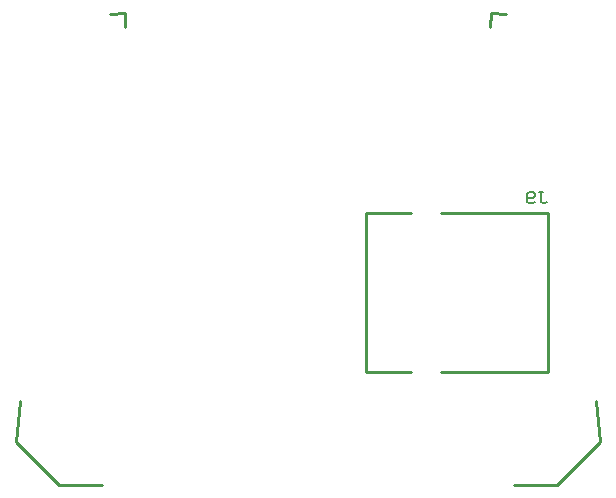
<source format=gbo>
%FSTAX26Y26*%
%MOIN*%
%SFA1B1*%

%IPPOS*%
%ADD18C,0.010000*%
%ADD27C,0.008000*%
%LNunisolder_sensor-1*%
%LPD*%
G54D18*
X02045Y02955D02*
X02195D01*
X02295D02*
X0265D01*
X02295Y02425D02*
X0265D01*
X02045D02*
X02195D01*
X02045D02*
Y02955D01*
X0265Y02425D02*
Y02955D01*
X0087799Y0219283D02*
X0089003Y0232991D01*
X0087803Y0219291D02*
X0102003Y0205091D01*
X0116503*
X0253601D02*
X0268101D01*
X0282301Y0219291*
X0281101Y0232991D02*
X0282306Y0219283D01*
X0119Y03621D02*
X0124Y03623D01*
X01242Y03575*
X02461Y03623D02*
X02511Y03621D01*
X02459Y03575D02*
X02461Y03623D01*
G54D27*
X0262034Y0302799D02*
X0263367D01*
X0262701*
Y0299466*
X0263367Y02988*
X0264034*
X02647Y0299466*
X0260701D02*
X0260035Y02988D01*
X0258702*
X0258035Y0299466*
Y0302132*
X0258702Y0302799*
X0260035*
X0260701Y0302132*
Y0301466*
X0260035Y0300799*
X0258035*
M02*
</source>
